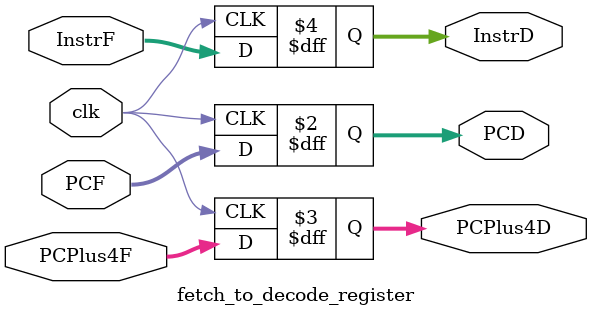
<source format=sv>
module fetch_to_decode_register(

    input logic clk,
    input logic [31:0] PCF,
    input logic [31:0] PCPlus4F,
    input logic [31:0] InstrF,
    output logic [31:0] PCD,
    output logic [31:0] PCPlus4D,
    output logic [31:0] InstrD
);
    always_ff @(posedge clk) begin
        PCD      <= PCF;
        PCPlus4D <= PCPlus4F;
        InstrD   <= InstrF;
    end

endmodule

</source>
